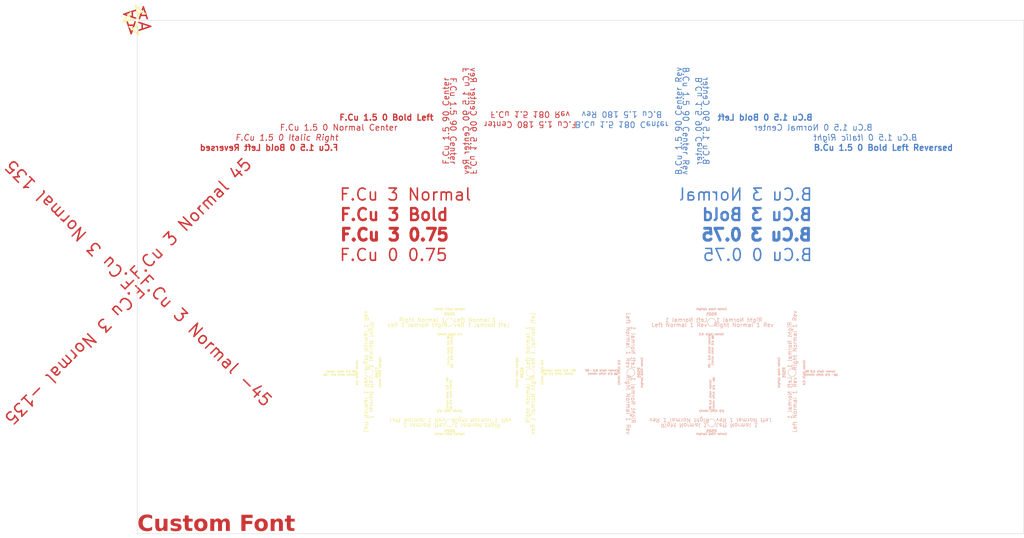
<source format=kicad_pcb>
(kicad_pcb (version 20221018) (generator pcbnew)
  (layers (0 "F.Cu" signal) (31 "B.Cu" signal) (34 "B.Paste" user) (35 "F.Paste" user) (36 "B.SilkS" user "B.Silkscreen") (37 "F.SilkS" user "F.Silkscreen") (38 "B.Mask" user) (39 "F.Mask" user) (44 "Edge.Cuts" user))
  (net 0 "")
  (footprint "winterbloom:R_0402_HandSolder" (layer "F.Cu") (at 27.94 76.2 180)
    (fp_text reference "R506" (at 0 -2.032) (layer "F.SilkS") (effects (font (size 0.7 0.7))))
    (fp_text value "10k")
    (fp_text user "Center Keep Upright" (at 0 -3.048) (layer "F.SilkS") (effects (font (size 0.5 0.5) (thickness 0.125)) (justify bottom)))
    (fp_text user "Center Italic 0.5 90" (at 0 7.112 270 unlocked) (layer "F.SilkS") (effects (font (size 0.5 0.5) (thickness 0.125) italic) (justify bottom)))
    (fp_text user "Center Italic 0.5 -90" (at 0.254 7.366 90 unlocked) (layer "F.SilkS") (effects (font (size 0.5 0.5) (thickness 0.125) italic) (justify bottom)))
    (fp_text user "Left Normal 1" (at 1 0 180 unlocked) (layer "F.SilkS") (effects (justify left bottom)))
    (fp_text user "Left Normal 1 Rev" (at 1.016 1.27 180 unlocked) (layer "F.SilkS") (effects (justify right bottom mirror)))
    (fp_text user "Right Normal 1" (at -1 0 180 unlocked) (layer "F.SilkS") (effects (justify right bottom)))
    (fp_text user "Center Italic 0.5" (at 0 3.302 180 unlocked) (layer "F.SilkS") (effects (font (size 0.5 0.5) (thickness 0.125) italic) (justify bottom)))
    (fp_text user "Right Normal 1 Rev" (at -15.748 1.27 180 unlocked) (layer "F.SilkS") (effects (justify right bottom mirror)))
    (fp_circle (center 0 0) (end 1 0) (stroke (width 0.12)) (fill none) (layer "F.SilkS"))
  )
  (footprint "winterbloom:R_0402_HandSolder" (layer "F.Cu") (at 48.26 63.5 90)
    (fp_text reference "R508" (at 0 -2.032 90) (layer "F.SilkS") (effects (font (size 0.7 0.7))))
    (fp_text value "10k")
    (fp_text user "Center Italic 0.5" (at 0 3.302 90 unlocked) (layer "F.SilkS") (effects (font (size 0.5 0.5) (thickness 0.125) italic) (justify bottom)))
    (fp_text user "Left Normal 1" (at 1 0 90 unlocked) (layer "F.SilkS") (effects (justify left bottom)))
    (fp_text user "Center Italic 0.5 90" (at 0 7.112 180 unlocked) (layer "F.SilkS") (effects (font (size 0.5 0.5) (thickness 0.125) italic) (justify bottom)))
    (fp_text user "Center Italic 0.5 -90" (at 0.254 7.366 unlocked) (layer "F.SilkS") (effects (font (size 0.5 0.5) (thickness 0.125) italic) (justify bottom)))
    (fp_text user "Left Normal 1 Rev" (at 1.016 1.27 90 unlocked) (layer "F.SilkS") (effects (justify right bottom mirror)))
    (fp_text user "Right Normal 1 Rev" (at -15.748 1.27 90 unlocked) (layer "F.SilkS") (effects (justify right bottom mirror)))
    (fp_text user "Right Normal 1" (at -1 0 90 unlocked) (layer "F.SilkS") (effects (justify right bottom)))
    (fp_text user "Center Keep Upright" (at 0 -3.048 90) (layer "F.SilkS") (effects (font (size 0.5 0.5) (thickness 0.125)) (justify bottom)))
    (fp_circle (center 0 0) (end 1 0) (stroke (width 0.12)) (fill none) (layer "F.SilkS"))
  )
  (footprint "winterbloom:R_0402_HandSolder" (layer "F.Cu") (at 27.94 50.8)
    (fp_text reference "R505" (at 0 -2.032) (layer "F.SilkS") (effects (font (size 0.7 0.7))))
    (fp_text value "10k")
    (fp_text user "Center Italic 0.5 90" (at 0 7.112 90 unlocked) (layer "F.SilkS") (effects (font (size 0.5 0.5) (thickness 0.125) italic) (justify bottom)))
    (fp_text user "Left Normal 1" (at 1 0 unlocked) (layer "F.SilkS") (effects (justify left bottom)))
    (fp_text user "Right Normal 1 Rev" (at -15.748 1.27 unlocked) (layer "F.SilkS") (effects (justify right bottom mirror)))
    (fp_text user "Center Italic 0.5 -90" (at 0.254 7.366 270 unlocked) (layer "F.SilkS") (effects (font (size 0.5 0.5) (thickness 0.125) italic) (justify bottom)))
    (fp_text user "Right Normal 1" (at -1 0 unlocked) (layer "F.SilkS") (effects (justify right bottom)))
    (fp_text user "Center Keep Upright" (at 0 -3.048) (layer "F.SilkS") (effects (font (size 0.5 0.5) (thickness 0.125)) (justify bottom)))
    (fp_text user "Left Normal 1 Rev" (at 1.016 1.27 unlocked) (layer "F.SilkS") (effects (justify right bottom mirror)))
    (fp_text user "Center Italic 0.5" (at 0 3.302 unlocked) (layer "F.SilkS") (effects (font (size 0.5 0.5) (thickness 0.125) italic) (justify bottom)))
    (fp_circle (center 0 0) (end 1 0) (stroke (width 0.12)) (fill none) (layer "F.SilkS"))
  )
  (footprint "winterbloom:R_0402_HandSolder" (layer "F.Cu") (at 7.62 63.5 -90)
    (fp_text reference "R507" (at 0 -2.032 90) (layer "F.SilkS") (effects (font (size 0.7 0.7))))
    (fp_text value "10k")
    (fp_text user "Left Normal 1" (at 1 0 -90 unlocked) (layer "F.SilkS") (effects (justify left bottom)))
    (fp_text user "Center Italic 0.5 90" (at 0 7.112 unlocked) (layer "F.SilkS") (effects (font (size 0.5 0.5) (thickness 0.125) italic) (justify bottom)))
    (fp_text user "Center Italic 0.5" (at 0 3.302 -90 unlocked) (layer "F.SilkS") (effects (font (size 0.5 0.5) (thickness 0.125) italic) (justify bottom)))
    (fp_text user "Center Keep Upright" (at 0 -3.048 90) (layer "F.SilkS") (effects (font (size 0.5 0.5) (thickness 0.125)) (justify bottom)))
    (fp_text user "Left Normal 1 Rev" (at 1.016 1.27 -90 unlocked) (layer "F.SilkS") (effects (justify right bottom mirror)))
    (fp_text user "Right Normal 1" (at -1 0 -90 unlocked) (layer "F.SilkS") (effects (justify right bottom)))
    (fp_text user "Right Normal 1 Rev" (at -15.748 1.27 -90 unlocked) (layer "F.SilkS") (effects (justify right bottom mirror)))
    (fp_text user "Center Italic 0.5 -90" (at 0.254 7.366 -180 unlocked) (layer "F.SilkS") (effects (font (size 0.5 0.5) (thickness 0.125) italic) (justify bottom)))
    (fp_circle (center 0 0) (end 1 0) (stroke (width 0.12)) (fill none) (layer "F.SilkS"))
  )
  (footprint "winterbloom:R_0402_HandSolder" (layer "B.Cu") (at 93.98 50.8 180)
    (fp_text reference "R505" (at 0 2.032) (layer "B.SilkS") (effects (font (size 0.7 0.7)) (justify mirror)))
    (fp_text value "10k")
    (fp_text user "Right Normal 1 Rev" (at -15.748 -1.27 unlocked) (layer "B.SilkS") (effects (justify right bottom)))
    (fp_text user "Left Normal 1 Rev" (at 1.016 -1.27 unlocked) (layer "B.SilkS") (effects (justify right bottom)))
    (fp_text user "Center Italic 0.5 90" (at 0 -7.112 270 unlocked) (layer "B.SilkS") (effects (font (size 0.5 0.5) (thickness 0.125) italic) (justify bottom mirror)))
    (fp_text user "Left Normal 1" (at 1 0 unlocked) (layer "B.SilkS") (effects (justify left bottom mirror)))
    (fp_text user "Center Italic 0.5" (at 0 -3.302 unlocked) (layer "B.SilkS") (effects (font (size 0.5 0.5) (thickness 0.125) italic) (justify bottom mirror)))
    (fp_text user "Center Keep Upright" (at 0 3.048) (layer "B.SilkS") (effects (font (size 0.5 0.5) (thickness 0.125)) (justify bottom mirror)))
    (fp_text user "Center Italic 0.5 -90" (at 0.254 -7.366 90 unlocked) (layer "B.SilkS") (effects (font (size 0.5 0.5) (thickness 0.125) italic) (justify bottom mirror)))
    (fp_text user "Right Normal 1" (at -1 0 unlocked) (layer "B.SilkS") (effects (justify right bottom mirror)))
    (fp_circle (center 0 0) (end 1 0) (stroke (width 0.12)) (fill none) (layer "B.SilkS"))
  )
  (footprint "winterbloom:R_0402_HandSolder" (layer "B.Cu") (at 73.66 63.5 90)
    (fp_text reference "R505" (at 0 2.032 90) (layer "B.SilkS") (effects (font (size 0.7 0.7)) (justify mirror)))
    (fp_text value "10k")
    (fp_text user "Center Italic 0.5 90" (at 0 -7.112 180 unlocked) (layer "B.SilkS") (effects (font (size 0.5 0.5) (thickness 0.125) italic) (justify bottom mirror)))
    (fp_text user "Center Italic 0.5" (at 0 -3.302 270 unlocked) (layer "B.SilkS") (effects (font (size 0.5 0.5) (thickness 0.125) italic) (justify bottom mirror)))
    (fp_text user "Left Normal 1" (at 1 0 270 unlocked) (layer "B.SilkS") (effects (justify left bottom mirror)))
    (fp_text user "Center Keep Upright" (at 0 3.048 90) (layer "B.SilkS") (effects (font (size 0.5 0.5) (thickness 0.125)) (justify bottom mirror)))
    (fp_text user "Center Italic 0.5 -90" (at 0.254 -7.366 unlocked) (layer "B.SilkS") (effects (font (size 0.5 0.5) (thickness 0.125) italic) (justify bottom mirror)))
    (fp_text user "Right Normal 1 Rev" (at -15.748 -1.27 270 unlocked) (layer "B.SilkS") (effects (justify right bottom)))
    (fp_text user "Left Normal 1 Rev" (at 1.016 -1.27 270 unlocked) (layer "B.SilkS") (effects (justify right bottom)))
    (fp_text user "Right Normal 1" (at -1 0 270 unlocked) (layer "B.SilkS") (effects (justify right bottom mirror)))
    (fp_circle (center 0 0) (end 1 0) (stroke (width 0.12)) (fill none) (layer "B.SilkS"))
  )
  (footprint "winterbloom:R_0402_HandSolder" (layer "B.Cu") (at 93.98 76.2)
    (fp_text reference "R505" (at 0 2.032) (layer "B.SilkS") (effects (font (size 0.7 0.7)) (justify mirror)))
    (fp_text value "10k")
    (fp_text user "Center Keep Upright" (at 0 3.048) (layer "B.SilkS") (effects (font (size 0.5 0.5) (thickness 0.125)) (justify bottom mirror)))
    (fp_text user "Right Normal 1" (at -1 0 180 unlocked) (layer "B.SilkS") (effects (justify right bottom mirror)))
    (fp_text user "Center Italic 0.5 90" (at 0 -7.112 90 unlocked) (layer "B.SilkS") (effects (font (size 0.5 0.5) (thickness 0.125) italic) (justify bottom mirror)))
    (fp_text user "Left Normal 1" (at 1 0 180 unlocked) (layer "B.SilkS") (effects (justify left bottom mirror)))
    (fp_text user "Center Italic 0.5" (at 0 -3.302 180 unlocked) (layer "B.SilkS") (effects (font (size 0.5 0.5) (thickness 0.125) italic) (justify bottom mirror)))
    (fp_text user "Center Italic 0.5 -90" (at 0.254 -7.366 270 unlocked) (layer "B.SilkS") (effects (font (size 0.5 0.5) (thickness 0.125) italic) (justify bottom mirror)))
    (fp_text user "Left Normal 1 Rev" (at 1.016 -1.27 180 unlocked) (layer "B.SilkS") (effects (justify right bottom)))
    (fp_text user "Right Normal 1 Rev" (at -15.748 -1.27 180 unlocked) (layer "B.SilkS") (effects (justify right bottom)))
    (fp_circle (center 0 0) (end 1 0) (stroke (width 0.12)) (fill none) (layer "B.SilkS"))
  )
  (footprint "winterbloom:R_0402_HandSolder" (layer "B.Cu") (at 114.3 63.5 -90)
    (fp_text reference "R505" (at 0 2.032 90) (layer "B.SilkS") (effects (font (size 0.7 0.7)) (justify mirror)))
    (fp_text value "10k")
    (fp_text user "Right Normal 1 Rev" (at -15.748 -1.27 90 unlocked) (layer "B.SilkS") (effects (justify right bottom)))
    (fp_text user "Center Keep Upright" (at 0 3.048 90) (layer "B.SilkS") (effects (font (size 0.5 0.5) (thickness 0.125)) (justify bottom mirror)))
    (fp_text user "Center Italic 0.5" (at 0 -3.302 90 unlocked) (layer "B.SilkS") (effects (font (size 0.5 0.5) (thickness 0.125) italic) (justify bottom mirror)))
    (fp_text user "Left Normal 1 Rev" (at 1.016 -1.27 90 unlocked) (layer "B.SilkS") (effects (justify right bottom)))
    (fp_text user "Left Normal 1" (at 1 0 90 unlocked) (layer "B.SilkS") (effects (justify left bottom mirror)))
    (fp_text user "Center Italic 0.5 90" (at 0 -7.112 unlocked) (layer "B.SilkS") (effects (font (size 0.5 0.5) (thickness 0.125) italic) (justify bottom mirror)))
    (fp_text user "Right Normal 1" (at -1 0 90 unlocked) (layer "B.SilkS") (effects (justify right bottom mirror)))
    (fp_text user "Center Italic 0.5 -90" (at 0.254 -7.366 180 unlocked) (layer "B.SilkS") (effects (font (size 0.5 0.5) (thickness 0.125) italic) (justify bottom mirror)))
    (fp_circle (center 0 0) (end 1 0) (stroke (width 0.12)) (fill none) (layer "B.SilkS"))
  )
  (gr_rect (start -50.8 -25.4) (end 172.72 104.14) (stroke (width 0.1)) (fill none) (layer "Edge.Cuts"))
  (gr_text "F.Cu 1.5 90 Center" (at 27.94 0 270) (layer "F.Cu") (effects (font (size 1.5 1.5) (thickness 0.1875)) (justify bottom)))
  (gr_text "A" (at -50.8 -25.4) (layer "F.Cu") (effects (font (size 3 3) (thickness 0.375)) (justify left bottom)))
  (gr_text "F.Cu 1.5 0 Bold Left Reversed" (at 0 7.62) (layer "F.Cu") (effects (font (size 1.5 1.5) (thickness 0.3) bold) (justify left bottom mirror)))
  (gr_text "A" (at -50.8 -25.4 270) (layer "F.Cu") (effects (font (size 3 3) (thickness 0.375)) (justify left bottom)))
  (gr_text "F.Cu 1.5 0 Bold Left" (at 0 0) (layer "F.Cu") (effects (font (size 1.5 1.5) (thickness 0.3) bold) (justify left bottom)))
  (gr_text "F.Cu 1.5 0 Normal Center" (at 0 2.54) (layer "F.Cu") (effects (font (size 1.5 1.5) (thickness 0.1875)) (justify bottom)))
  (gr_text "F.Cu 1.5 90 Center" (at 27.94 0 90) (layer "F.Cu") (effects (font (size 1.5 1.5) (thickness 0.1875)) (justify bottom)))
  (gr_text "F.Cu 1.5 90 Center Rev" (at 33.02 0 270) (layer "F.Cu") (effects (font (size 1.5 1.5) (thickness 0.1875)) (justify bottom mirror)))
  (gr_text "F.Cu 3 Bold" (at 0 25.4) (layer "F.Cu") (effects (font (size 3 3) (thickness 0.6) bold) (justify left bottom)))
  (gr_text "F.Cu 1.5 180 Rev" (at 48.26 -2.54 180) (layer "F.Cu") (effects (font (size 1.5 1.5) (thickness 0.1875)) (justify bottom mirror)))
  (gr_text "F.Cu 3 Normal -135" (at -50.8 40.64 225) (layer "F.Cu") (effects (font (size 3 3) (thickness 0.375)) (justify left bottom)))
  (gr_text "A" (at -50.8 -25.4 90) (layer "F.Cu") (effects (font (size 3 3) (thickness 0.375)) (justify left bottom)))
  (gr_text "F.Cu 3 0.75" (at 0 30.48) (layer "F.Cu") (effects (font (size 3 3) (thickness 0.75) bold) (justify left bottom)))
  (gr_text "F.Cu 3 Normal" (at 0 20.32) (layer "F.Cu") (effects (font (size 3 3) (thickness 0.375)) (justify left bottom)))
  (gr_text "A" (at -50.8 -25.4 180) (layer "F.Cu") (effects (font (size 3 3) (thickness 0.375)) (justify left bottom)))
  (gr_text "F.Cu 1.5 90 Center Rev" (at 33.02 0 90) (layer "F.Cu") (effects (font (size 1.5 1.5) (thickness 0.1875)) (justify bottom mirror)))
  (gr_text "F.Cu 3 Normal 135" (at -50.8 40.64 135) (layer "F.Cu") (effects (font (size 3 3) (thickness 0.375)) (justify left bottom)))
  (gr_text "F.Cu 1.5 180 Center" (at 48.26 0 180) (layer "F.Cu") (effects (font (size 1.5 1.5) (thickness 0.1875)) (justify bottom)))
  (gr_text "F.Cu 1.5 0 Italic Right" (at 0 5.08) (layer "F.Cu") (effects (font (size 1.5 1.5) (thickness 0.1875) italic) (justify right bottom)))
  (gr_text "F.Cu 3 Normal 45" (at -50.8 40.64 45) (layer "F.Cu") (effects (font (size 3 3) (thickness 0.375)) (justify left bottom)))
  (gr_text "F.Cu 0 0.75" (at 0 35.56) (layer "F.Cu") (effects (font (size 3 3)) (justify left bottom)))
  (gr_text "Custom Font" (at -50.8 104.14) (layer "F.Cu") (effects (font (size 4 4) (thickness 0.3) bold italic) (justify left bottom)))
  (gr_text "F.Cu 3 Normal -45" (at -50.8 40.64 315) (layer "F.Cu") (effects (font (size 3 3) (thickness 0.375)) (justify left bottom)))
  (gr_text "B.Cu 1.5 0 Bold Left Reversed" (at 119.617232 7.62) (layer "B.Cu") (effects (font (size 1.5 1.5) (thickness 0.3) bold) (justify left bottom)))
  (gr_text "B.Cu 1.5 180 Rev" (at 71.357232 -2.54 180) (layer "B.Cu") (effects (font (size 1.5 1.5) (thickness 0.1875)) (justify bottom)))
  (gr_text "B.Cu 0 0.75" (at 119.617232 35.56) (layer "B.Cu") (effects (font (size 3 3)) (justify left bottom mirror)))
  (gr_text "B.Cu 1.5 90 Center" (at 91.677232 0 90) (layer "B.Cu") (effects (font (size 1.5 1.5) (thickness 0.1875)) (justify bottom mirror)))
  (gr_text "B.Cu 3 Normal" (at 119.617232 20.32) (layer "B.Cu") (effects (font (size 3 3) (thickness 0.375)) (justify left bottom mirror)))
  (gr_text "B.Cu 1.5 0 Italic Right" (at 119.617232 5.08) (layer "B.Cu") (effects (font (size 1.5 1.5) (thickness 0.1875) italic) (justify right bottom mirror)))
  (gr_text "B.Cu 1.5 0 Bold Left" (at 119.617232 0) (layer "B.Cu") (effects (font (size 1.5 1.5) (thickness 0.3) bold) (justify left bottom mirror)))
  (gr_text "B.Cu 1.5 90 Center Rev" (at 86.597232 0 90) (layer "B.Cu") (effects (font (size 1.5 1.5) (thickness 0.1875)) (justify bottom)))
  (gr_text "B.Cu 1.5 90 Center Rev" (at 86.597232 0 270) (layer "B.Cu") (effects (font (size 1.5 1.5) (thickness 0.1875)) (justify bottom)))
  (gr_text "B.Cu 1.5 180 Center" (at 71.357232 0 180) (layer "B.Cu") (effects (font (size 1.5 1.5) (thickness 0.1875)) (justify bottom mirror)))
  (gr_text "B.Cu 1.5 90 Center" (at 91.677232 0 270) (layer "B.Cu") (effects (font (size 1.5 1.5) (thickness 0.1875)) (justify bottom mirror)))
  (gr_text "B.Cu 3 Bold" (at 119.617232 25.4) (layer "B.Cu") (effects (font (size 3 3) (thickness 0.6) bold) (justify left bottom mirror)))
  (gr_text "B.Cu 1.5 0 Normal Center" (at 119.617232 2.54) (layer "B.Cu") (effects (font (size 1.5 1.5) (thickness 0.1875)) (justify bottom mirror)))
  (gr_text "B.Cu 3 0.75" (at 119.617232 30.48) (layer "B.Cu") (effects (font (size 3 3) (thickness 0.75) bold) (justify left bottom mirror)))
  (gr_text "A" (at -50.8 -25.4 120) (layer "F.SilkS") (effects (font (size 3 3) (thickness 0.375)) (justify left bottom)))
  (gr_text "A" (at -50.8 -25.4 210) (layer "F.SilkS") (effects (font (size 3 3) (thickness 0.375)) (justify left bottom)))
  (gr_text "A" (at -50.8 -25.4 30) (layer "F.SilkS") (effects (font (size 3 3) (thickness 0.375)) (justify left bottom)))
)
</source>
